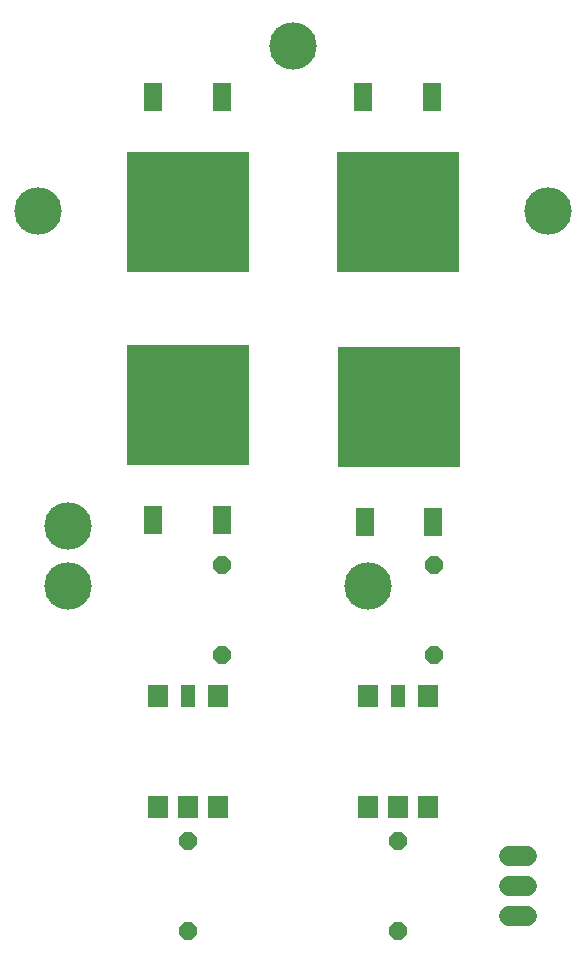
<source format=gbr>
G04 EAGLE Gerber RS-274X export*
G75*
%MOMM*%
%FSLAX34Y34*%
%LPD*%
%INSoldermask Top*%
%IPPOS*%
%AMOC8*
5,1,8,0,0,1.08239X$1,22.5*%
G01*
%ADD10R,1.524000X2.413000*%
%ADD11R,10.414000X10.210800*%
%ADD12R,1.653200X1.903200*%
%ADD13R,1.221400X1.903200*%
%ADD14C,1.711200*%
%ADD15C,4.013200*%
%ADD16P,1.649562X8X112.500000*%
%ADD17P,1.649562X8X292.500000*%


D10*
X282956Y1379093D03*
X225044Y1379093D03*
D11*
X254000Y1281684D03*
D10*
X460756Y1379093D03*
X402844Y1379093D03*
D11*
X431800Y1281684D03*
D12*
X228600Y778500D03*
X254000Y778500D03*
X279400Y778500D03*
X279400Y872500D03*
D13*
X254000Y872500D03*
D12*
X228600Y872500D03*
X406400Y778500D03*
X431800Y778500D03*
X457200Y778500D03*
X457200Y872500D03*
D13*
X431800Y872500D03*
D12*
X406400Y872500D03*
D10*
X225044Y1021207D03*
X282956Y1021207D03*
D11*
X254000Y1118616D03*
D10*
X404114Y1019937D03*
X462026Y1019937D03*
D11*
X433070Y1117346D03*
D14*
X525860Y736600D02*
X540940Y736600D01*
X540940Y711200D02*
X525860Y711200D01*
X525860Y685800D02*
X540940Y685800D01*
D15*
X127000Y1282700D03*
X558800Y1282700D03*
X152400Y1016000D03*
X342900Y1422400D03*
X406400Y965200D03*
X152400Y965200D03*
D16*
X431800Y673100D03*
X431800Y749300D03*
X254000Y673100D03*
X254000Y749300D03*
D17*
X283210Y982980D03*
X283210Y906780D03*
X462280Y982980D03*
X462280Y906780D03*
M02*

</source>
